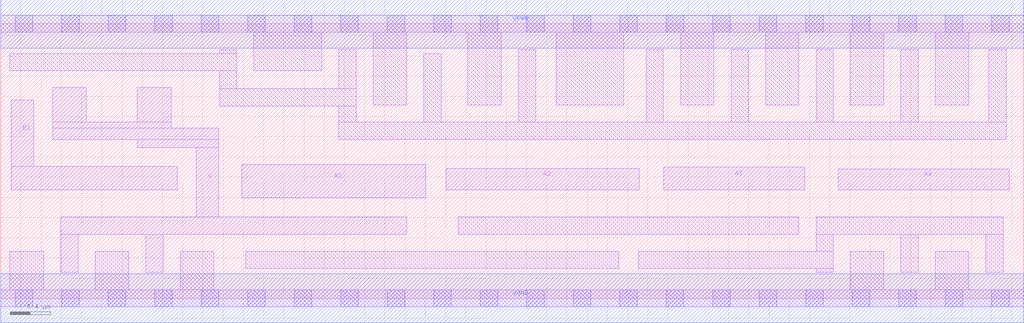
<source format=lef>
# Copyright 2020 The SkyWater PDK Authors
#
# Licensed under the Apache License, Version 2.0 (the "License");
# you may not use this file except in compliance with the License.
# You may obtain a copy of the License at
#
#     https://www.apache.org/licenses/LICENSE-2.0
#
# Unless required by applicable law or agreed to in writing, software
# distributed under the License is distributed on an "AS IS" BASIS,
# WITHOUT WARRANTIES OR CONDITIONS OF ANY KIND, either express or implied.
# See the License for the specific language governing permissions and
# limitations under the License.
#
# SPDX-License-Identifier: Apache-2.0

VERSION 5.7 ;
  NAMESCASESENSITIVE ON ;
  NOWIREEXTENSIONATPIN ON ;
  DIVIDERCHAR "/" ;
  BUSBITCHARS "[]" ;
UNITS
  DATABASE MICRONS 200 ;
END UNITS
MACRO sky130_fd_sc_hd__a41oi_4
  CLASS CORE ;
  FOREIGN sky130_fd_sc_hd__a41oi_4 ;
  ORIGIN  0.000000  0.000000 ;
  SIZE  10.12000 BY  2.720000 ;
  SYMMETRY X Y R90 ;
  SITE unithd ;
  PIN A1
    ANTENNAGATEAREA  0.990000 ;
    DIRECTION INPUT ;
    USE SIGNAL ;
    PORT
      LAYER li1 ;
        RECT 2.385000 0.995000 4.205000 1.325000 ;
    END
  END A1
  PIN A2
    ANTENNAGATEAREA  0.990000 ;
    DIRECTION INPUT ;
    USE SIGNAL ;
    PORT
      LAYER li1 ;
        RECT 4.405000 1.075000 6.315000 1.285000 ;
    END
  END A2
  PIN A3
    ANTENNAGATEAREA  0.990000 ;
    DIRECTION INPUT ;
    USE SIGNAL ;
    PORT
      LAYER li1 ;
        RECT 6.560000 1.075000 7.955000 1.300000 ;
    END
  END A3
  PIN A4
    ANTENNAGATEAREA  0.990000 ;
    DIRECTION INPUT ;
    USE SIGNAL ;
    PORT
      LAYER li1 ;
        RECT 8.285000 1.075000 9.975000 1.280000 ;
    END
  END A4
  PIN B1
    ANTENNAGATEAREA  0.990000 ;
    DIRECTION INPUT ;
    USE SIGNAL ;
    PORT
      LAYER li1 ;
        RECT 0.105000 1.075000 1.745000 1.305000 ;
        RECT 0.105000 1.305000 0.325000 1.965000 ;
    END
  END B1
  PIN Y
    ANTENNADIFFAREA  1.242000 ;
    DIRECTION OUTPUT ;
    USE SIGNAL ;
    PORT
      LAYER li1 ;
        RECT 0.515000 1.575000 2.155000 1.685000 ;
        RECT 0.515000 1.685000 1.685000 1.745000 ;
        RECT 0.515000 1.745000 0.845000 2.085000 ;
        RECT 0.595000 0.255000 0.765000 0.635000 ;
        RECT 0.595000 0.635000 4.015000 0.805000 ;
        RECT 1.350000 1.495000 2.155000 1.575000 ;
        RECT 1.350000 1.745000 1.685000 2.085000 ;
        RECT 1.435000 0.255000 1.605000 0.635000 ;
        RECT 1.935000 0.805000 2.155000 1.495000 ;
    END
  END Y
  PIN VGND
    DIRECTION INOUT ;
    SHAPE ABUTMENT ;
    USE GROUND ;
    PORT
      LAYER met1 ;
        RECT 0.000000 -0.240000 10.120000 0.240000 ;
    END
  END VGND
  PIN VPWR
    DIRECTION INOUT ;
    SHAPE ABUTMENT ;
    USE POWER ;
    PORT
      LAYER met1 ;
        RECT 0.000000 2.480000 10.120000 2.960000 ;
    END
  END VPWR
  OBS
    LAYER li1 ;
      RECT 0.000000 -0.085000 10.120000 0.085000 ;
      RECT 0.000000  2.635000 10.120000 2.805000 ;
      RECT 0.090000  0.085000  0.425000 0.465000 ;
      RECT 0.090000  2.255000  2.335000 2.425000 ;
      RECT 0.935000  0.085000  1.265000 0.465000 ;
      RECT 1.775000  0.085000  2.105000 0.465000 ;
      RECT 2.165000  1.905000  3.515000 2.075000 ;
      RECT 2.165000  2.075000  2.335000 2.255000 ;
      RECT 2.165000  2.425000  2.335000 2.465000 ;
      RECT 2.425000  0.295000  6.115000 0.465000 ;
      RECT 2.505000  2.255000  3.175000 2.635000 ;
      RECT 3.345000  1.575000  9.945000 1.745000 ;
      RECT 3.345000  1.745000  3.515000 1.905000 ;
      RECT 3.345000  2.075000  3.515000 2.465000 ;
      RECT 3.685000  1.915000  4.015000 2.635000 ;
      RECT 4.185000  1.745000  4.355000 2.425000 ;
      RECT 4.525000  0.635000  7.895000 0.805000 ;
      RECT 4.620000  1.915000  4.950000 2.635000 ;
      RECT 5.120000  1.745000  5.290000 2.465000 ;
      RECT 5.495000  1.915000  6.165000 2.635000 ;
      RECT 6.305000  0.295000  8.235000 0.465000 ;
      RECT 6.385000  1.745000  6.555000 2.465000 ;
      RECT 6.725000  1.915000  7.055000 2.635000 ;
      RECT 7.225000  1.745000  7.395000 2.465000 ;
      RECT 7.565000  1.915000  7.895000 2.635000 ;
      RECT 8.065000  0.255000  8.235000 0.295000 ;
      RECT 8.065000  0.465000  8.235000 0.635000 ;
      RECT 8.065000  0.635000  9.915000 0.805000 ;
      RECT 8.065000  1.745000  8.235000 2.465000 ;
      RECT 8.405000  0.085000  8.735000 0.465000 ;
      RECT 8.405000  1.915000  8.735000 2.635000 ;
      RECT 8.905000  0.255000  9.075000 0.635000 ;
      RECT 8.905000  1.745000  9.075000 2.465000 ;
      RECT 9.245000  0.085000  9.575000 0.465000 ;
      RECT 9.245000  1.915000  9.575000 2.635000 ;
      RECT 9.745000  0.255000  9.915000 0.635000 ;
      RECT 9.775000  1.745000  9.945000 2.465000 ;
    LAYER mcon ;
      RECT 0.145000 -0.085000 0.315000 0.085000 ;
      RECT 0.145000  2.635000 0.315000 2.805000 ;
      RECT 0.605000 -0.085000 0.775000 0.085000 ;
      RECT 0.605000  2.635000 0.775000 2.805000 ;
      RECT 1.065000 -0.085000 1.235000 0.085000 ;
      RECT 1.065000  2.635000 1.235000 2.805000 ;
      RECT 1.525000 -0.085000 1.695000 0.085000 ;
      RECT 1.525000  2.635000 1.695000 2.805000 ;
      RECT 1.985000 -0.085000 2.155000 0.085000 ;
      RECT 1.985000  2.635000 2.155000 2.805000 ;
      RECT 2.445000 -0.085000 2.615000 0.085000 ;
      RECT 2.445000  2.635000 2.615000 2.805000 ;
      RECT 2.905000 -0.085000 3.075000 0.085000 ;
      RECT 2.905000  2.635000 3.075000 2.805000 ;
      RECT 3.365000 -0.085000 3.535000 0.085000 ;
      RECT 3.365000  2.635000 3.535000 2.805000 ;
      RECT 3.825000 -0.085000 3.995000 0.085000 ;
      RECT 3.825000  2.635000 3.995000 2.805000 ;
      RECT 4.285000 -0.085000 4.455000 0.085000 ;
      RECT 4.285000  2.635000 4.455000 2.805000 ;
      RECT 4.745000 -0.085000 4.915000 0.085000 ;
      RECT 4.745000  2.635000 4.915000 2.805000 ;
      RECT 5.205000 -0.085000 5.375000 0.085000 ;
      RECT 5.205000  2.635000 5.375000 2.805000 ;
      RECT 5.665000 -0.085000 5.835000 0.085000 ;
      RECT 5.665000  2.635000 5.835000 2.805000 ;
      RECT 6.125000 -0.085000 6.295000 0.085000 ;
      RECT 6.125000  2.635000 6.295000 2.805000 ;
      RECT 6.585000 -0.085000 6.755000 0.085000 ;
      RECT 6.585000  2.635000 6.755000 2.805000 ;
      RECT 7.045000 -0.085000 7.215000 0.085000 ;
      RECT 7.045000  2.635000 7.215000 2.805000 ;
      RECT 7.505000 -0.085000 7.675000 0.085000 ;
      RECT 7.505000  2.635000 7.675000 2.805000 ;
      RECT 7.965000 -0.085000 8.135000 0.085000 ;
      RECT 7.965000  2.635000 8.135000 2.805000 ;
      RECT 8.425000 -0.085000 8.595000 0.085000 ;
      RECT 8.425000  2.635000 8.595000 2.805000 ;
      RECT 8.885000 -0.085000 9.055000 0.085000 ;
      RECT 8.885000  2.635000 9.055000 2.805000 ;
      RECT 9.345000 -0.085000 9.515000 0.085000 ;
      RECT 9.345000  2.635000 9.515000 2.805000 ;
      RECT 9.805000 -0.085000 9.975000 0.085000 ;
      RECT 9.805000  2.635000 9.975000 2.805000 ;
  END
END sky130_fd_sc_hd__a41oi_4
END LIBRARY

</source>
